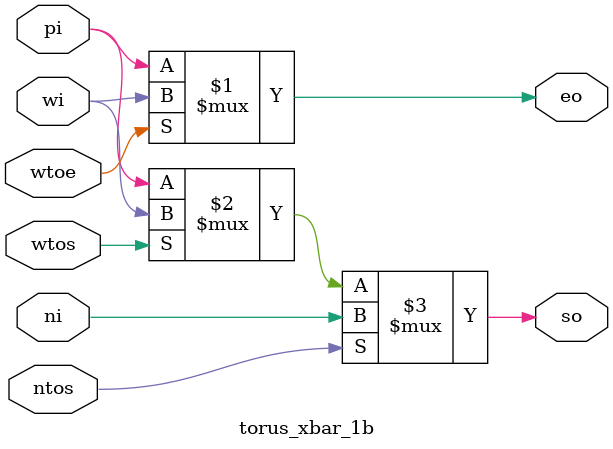
<source format=v>
module torus_xbar_1b 
(
	input wire wtoe,
	input wire wtos,
	input wire ntos,
	input wire ni,
	input wire wi,
	input wire pi,
	output wire so,
	output wire eo
);

// YOUR CODE HERE
	// 2:1 mux (east exit port) 
	assign eo = (wtoe) ? wi : pi;

	// 3:1 mux (south exit port) 
	assign so = (ntos) ? ni : 
				(wtos) ? wi : 
				pi;  // Default case


endmodule



</source>
